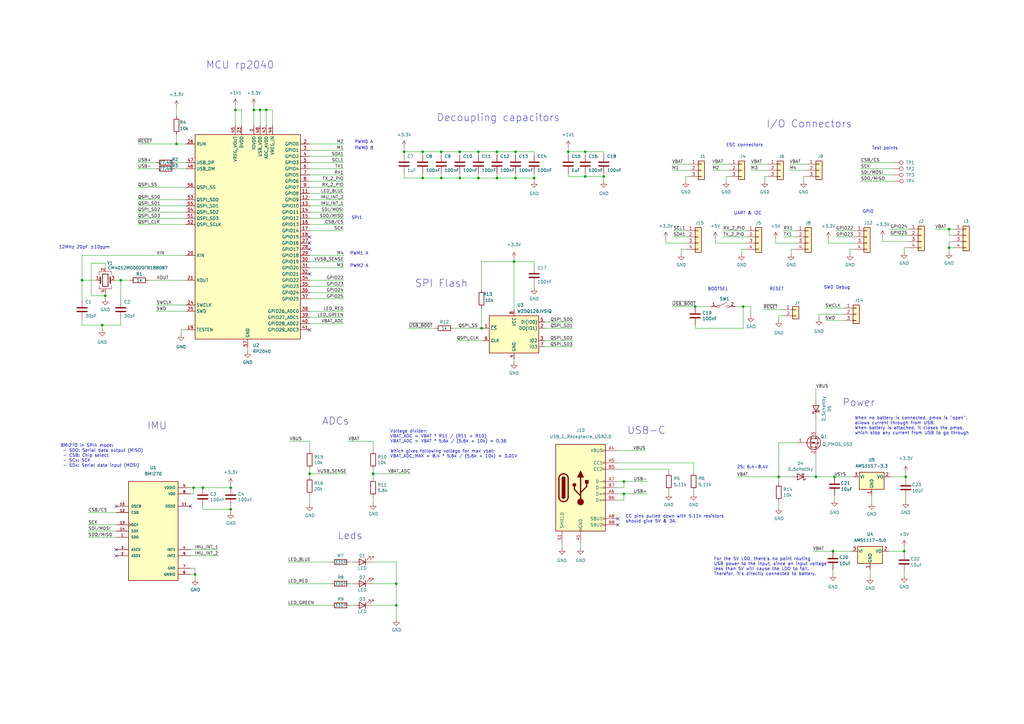
<source format=kicad_sch>
(kicad_sch (version 20211123) (generator eeschema)
  (paper "A3")
  (title_block (title "asac-fc") (date "2023-06-06") (rev "B") (company "Victor Krook"))
  (junction (at 319.405 195.58))
  (junction (at 389.255 93.98))
  (junction (at 219.075 73.025))
  (junction (at 255.905 197.485))
  (junction (at 196.215 73.025))
  (junction (at 173.355 62.23))
  (junction (at 342.265 195.58))
  (junction (at 247.65 72.39))
  (junction (at 96.52 45.085))
  (junction (at 210.82 107.315))
  (junction (at 162.56 248.285))
  (junction (at 165.735 62.23))
  (junction (at 371.475 195.58))
  (junction (at 43.18 121.285))
  (junction (at 80.01 235.585))
  (junction (at 370.84 226.06))
  (junction (at 180.975 73.025))
  (junction (at 196.215 62.23))
  (junction (at 211.455 62.23))
  (junction (at 211.455 73.025))
  (junction (at 203.835 73.025))
  (junction (at 173.355 73.025))
  (junction (at 197.485 134.62))
  (junction (at 341.63 226.06))
  (junction (at 94.615 200.025))
  (junction (at 240.03 62.23))
  (junction (at 72.39 59.055))
  (junction (at 153.035 194.31))
  (junction (at 255.905 202.565))
  (junction (at 188.595 62.23))
  (junction (at 233.045 62.23))
  (junction (at 334.645 195.58))
  (junction (at 203.835 62.23))
  (junction (at 240.03 72.39))
  (junction (at 188.595 73.025))
  (junction (at 79.375 200.025))
  (junction (at 104.14 45.085))
  (junction (at 285.115 125.73))
  (junction (at 304.8 125.73))
  (junction (at 162.56 239.395))
  (junction (at 106.68 45.085))
  (junction (at 127 194.31))
  (junction (at 33.655 114.935))
  (junction (at 94.615 208.915))
  (junction (at 109.22 45.085))
  (junction (at 180.975 62.23))
  (junction (at 41.91 133.35))
  (junction (at 49.53 114.935))
  (junction (at 83.185 200.025))
  (junction (at 389.255 101.6))
  (no_connect (at 47.625 225.425))
  (no_connect (at 78.105 207.645))
  (no_connect (at 127 102.235))
  (no_connect (at 47.625 227.965))
  (no_connect (at 127 112.395))
  (no_connect (at 127 97.155))
  (no_connect (at 127 99.695))
  (no_connect (at 253.365 215.265))
  (no_connect (at 127 135.255))
  (no_connect (at 47.625 207.645))
  (no_connect (at 253.365 212.725))
  (wire (pts (xy 197.485 134.62) (xy 198.12 134.62)))
  (wire (pts (xy 391.16 99.06) (xy 389.255 99.06)))
  (wire (pts (xy 211.455 71.12) (xy 211.455 73.025)))
  (wire (pts (xy 127 117.475) (xy 140.97 117.475)))
  (wire (pts (xy 223.52 139.7) (xy 234.95 139.7)))
  (wire (pts (xy 342.265 195.58) (xy 349.885 195.58)))
  (wire (pts (xy 167.64 134.62) (xy 178.435 134.62)))
  (wire (pts (xy 372.745 96.52) (xy 365.125 96.52)))
  (wire (pts (xy 180.975 63.5) (xy 180.975 62.23)))
  (wire (pts (xy 99.06 45.085) (xy 96.52 45.085)))
  (wire (pts (xy 302.26 195.58) (xy 319.405 195.58)))
  (wire (pts (xy 274.32 192.405) (xy 253.365 192.405)))
  (wire (pts (xy 127 109.855) (xy 140.97 109.855)))
  (wire (pts (xy 361.95 97.155) (xy 361.95 99.06)))
  (wire (pts (xy 304.165 104.14) (xy 304.165 102.235)))
  (wire (pts (xy 180.975 73.025) (xy 180.975 71.12)))
  (wire (pts (xy 372.745 93.98) (xy 365.125 93.98)))
  (wire (pts (xy 127 64.135) (xy 140.97 64.135)))
  (wire (pts (xy 203.835 62.23) (xy 211.455 62.23)))
  (wire (pts (xy 391.16 93.98) (xy 389.255 93.98)))
  (wire (pts (xy 152.4 230.505) (xy 162.56 230.505)))
  (wire (pts (xy 301.625 125.73) (xy 304.8 125.73)))
  (wire (pts (xy 233.045 72.39) (xy 233.045 71.12)))
  (wire (pts (xy 279.4 104.14) (xy 279.4 102.235)))
  (wire (pts (xy 33.655 130.81) (xy 33.655 133.35)))
  (wire (pts (xy 284.48 193.675) (xy 284.48 189.865)))
  (wire (pts (xy 335.915 128.905) (xy 346.075 128.905)))
  (wire (pts (xy 153.035 194.31) (xy 168.275 194.31)))
  (wire (pts (xy 78.105 202.565) (xy 79.375 202.565)))
  (wire (pts (xy 253.365 184.785) (xy 264.795 184.785)))
  (wire (pts (xy 80.01 235.585) (xy 80.01 233.045)))
  (wire (pts (xy 64.135 127.635) (xy 76.2 127.635)))
  (wire (pts (xy 391.16 96.52) (xy 389.255 96.52)))
  (wire (pts (xy 285.115 134.62) (xy 285.115 133.35)))
  (wire (pts (xy 33.655 114.935) (xy 33.655 123.19)))
  (wire (pts (xy 304.8 125.73) (xy 307.975 125.73)))
  (wire (pts (xy 180.975 73.025) (xy 173.355 73.025)))
  (wire (pts (xy 186.055 134.62) (xy 197.485 134.62)))
  (wire (pts (xy 389.255 93.98) (xy 383.54 93.98)))
  (wire (pts (xy 319.405 195.58) (xy 319.405 181.61)))
  (wire (pts (xy 370.84 224.155) (xy 370.84 226.06)))
  (wire (pts (xy 80.01 235.585) (xy 80.01 237.49)))
  (wire (pts (xy 173.355 71.12) (xy 173.355 73.025)))
  (wire (pts (xy 111.76 45.085) (xy 111.76 51.435)))
  (wire (pts (xy 127 84.455) (xy 140.97 84.455)))
  (wire (pts (xy 274.32 202.565) (xy 274.32 201.295)))
  (wire (pts (xy 127 86.995) (xy 140.97 86.995)))
  (wire (pts (xy 319.405 195.58) (xy 324.485 195.58)))
  (wire (pts (xy 371.475 193.675) (xy 371.475 195.58)))
  (wire (pts (xy 187.325 139.7) (xy 198.12 139.7)))
  (wire (pts (xy 323.85 67.31) (xy 330.835 67.31)))
  (wire (pts (xy 152.4 248.285) (xy 162.56 248.285)))
  (wire (pts (xy 292.1 67.31) (xy 299.085 67.31)))
  (wire (pts (xy 37.465 107.95) (xy 37.465 121.285)))
  (wire (pts (xy 274.32 193.675) (xy 274.32 192.405)))
  (wire (pts (xy 219.075 118.11) (xy 219.075 116.84)))
  (wire (pts (xy 127 127.635) (xy 140.97 127.635)))
  (wire (pts (xy 104.14 43.18) (xy 104.14 45.085)))
  (wire (pts (xy 332.105 195.58) (xy 334.645 195.58)))
  (wire (pts (xy 118.11 248.285) (xy 135.89 248.285)))
  (wire (pts (xy 247.65 62.23) (xy 240.03 62.23)))
  (wire (pts (xy 279.4 102.235) (xy 281.305 102.235)))
  (wire (pts (xy 197.485 126.365) (xy 197.485 134.62)))
  (wire (pts (xy 318.135 97.79) (xy 318.135 99.695)))
  (wire (pts (xy 371.475 195.58) (xy 371.475 196.215)))
  (wire (pts (xy 56.515 92.075) (xy 76.2 92.075)))
  (wire (pts (xy 127 89.535) (xy 140.97 89.535)))
  (wire (pts (xy 104.14 45.085) (xy 106.68 45.085)))
  (wire (pts (xy 219.075 74.295) (xy 219.075 73.025)))
  (wire (pts (xy 72.39 59.055) (xy 76.2 59.055)))
  (wire (pts (xy 389.255 101.6) (xy 391.16 101.6)))
  (wire (pts (xy 255.905 202.565) (xy 265.43 202.565)))
  (wire (pts (xy 72.39 55.245) (xy 72.39 59.055)))
  (wire (pts (xy 78.105 235.585) (xy 80.01 235.585)))
  (wire (pts (xy 329.565 74.295) (xy 329.565 72.39)))
  (wire (pts (xy 127 195.58) (xy 127 194.31)))
  (wire (pts (xy 247.65 72.39) (xy 247.65 71.12)))
  (wire (pts (xy 211.455 62.23) (xy 219.075 62.23)))
  (wire (pts (xy 335.915 130.81) (xy 335.915 128.905)))
  (wire (pts (xy 56.515 86.995) (xy 76.2 86.995)))
  (wire (pts (xy 36.195 220.345) (xy 47.625 220.345)))
  (wire (pts (xy 319.405 129.54) (xy 319.405 131.445)))
  (wire (pts (xy 109.22 45.085) (xy 109.22 51.435)))
  (wire (pts (xy 275.59 69.85) (xy 282.575 69.85)))
  (wire (pts (xy 96.52 43.18) (xy 96.52 45.085)))
  (wire (pts (xy 173.355 62.23) (xy 173.355 63.5)))
  (wire (pts (xy 74.295 135.255) (xy 76.2 135.255)))
  (wire (pts (xy 240.03 63.5) (xy 240.03 62.23)))
  (wire (pts (xy 36.195 215.265) (xy 47.625 215.265)))
  (wire (pts (xy 219.075 71.12) (xy 219.075 73.025)))
  (wire (pts (xy 94.615 200.025) (xy 83.185 200.025)))
  (wire (pts (xy 188.595 71.12) (xy 188.595 73.025)))
  (wire (pts (xy 78.105 225.425) (xy 89.535 225.425)))
  (wire (pts (xy 247.65 63.5) (xy 247.65 62.23)))
  (wire (pts (xy 342.265 203.2) (xy 342.265 205.105)))
  (wire (pts (xy 333.375 226.06) (xy 341.63 226.06)))
  (wire (pts (xy 321.31 129.54) (xy 319.405 129.54)))
  (wire (pts (xy 142.875 180.975) (xy 153.035 180.975)))
  (wire (pts (xy 78.105 227.965) (xy 89.535 227.965)))
  (wire (pts (xy 71.755 66.675) (xy 76.2 66.675)))
  (wire (pts (xy 74.295 137.16) (xy 74.295 135.255)))
  (wire (pts (xy 233.045 62.23) (xy 233.045 60.325)))
  (wire (pts (xy 356.87 233.68) (xy 356.87 236.855)))
  (wire (pts (xy 253.365 202.565) (xy 255.905 202.565)))
  (wire (pts (xy 165.735 63.5) (xy 165.735 62.23)))
  (wire (pts (xy 56.515 89.535) (xy 76.2 89.535)))
  (wire (pts (xy 341.63 226.06) (xy 349.25 226.06)))
  (wire (pts (xy 321.31 94.615) (xy 326.39 94.615)))
  (wire (pts (xy 72.39 43.815) (xy 72.39 47.625)))
  (wire (pts (xy 127 184.785) (xy 127 180.975)))
  (wire (pts (xy 33.655 104.775) (xy 76.2 104.775)))
  (wire (pts (xy 247.65 72.39) (xy 240.03 72.39)))
  (wire (pts (xy 60.96 114.935) (xy 76.2 114.935)))
  (wire (pts (xy 153.035 203.835) (xy 153.035 206.375)))
  (wire (pts (xy 196.215 62.23) (xy 203.835 62.23)))
  (wire (pts (xy 127 61.595) (xy 140.97 61.595)))
  (wire (pts (xy 324.485 104.14) (xy 324.485 102.235)))
  (wire (pts (xy 276.225 97.155) (xy 281.305 97.155)))
  (wire (pts (xy 165.735 73.025) (xy 165.735 71.12)))
  (wire (pts (xy 96.52 45.085) (xy 96.52 51.435)))
  (wire (pts (xy 247.65 74.295) (xy 247.65 72.39)))
  (wire (pts (xy 153.035 180.975) (xy 153.035 184.785)))
  (wire (pts (xy 49.53 114.935) (xy 49.53 123.19)))
  (wire (pts (xy 118.11 230.505) (xy 135.89 230.505)))
  (wire (pts (xy 240.03 62.23) (xy 233.045 62.23)))
  (wire (pts (xy 83.185 207.645) (xy 83.185 208.915)))
  (wire (pts (xy 153.035 194.31) (xy 153.035 196.215)))
  (wire (pts (xy 297.815 72.39) (xy 299.085 72.39)))
  (wire (pts (xy 389.255 99.06) (xy 389.255 101.6)))
  (wire (pts (xy 106.68 45.085) (xy 106.68 51.435)))
  (wire (pts (xy 307.975 125.73) (xy 307.975 129.54)))
  (wire (pts (xy 307.975 69.85) (xy 314.96 69.85)))
  (wire (pts (xy 127 122.555) (xy 140.97 122.555)))
  (wire (pts (xy 127 130.175) (xy 140.97 130.175)))
  (wire (pts (xy 284.48 189.865) (xy 253.365 189.865)))
  (wire (pts (xy 329.565 72.39) (xy 330.835 72.39)))
  (wire (pts (xy 304.165 102.235) (xy 306.07 102.235)))
  (wire (pts (xy 371.475 203.835) (xy 371.475 205.74)))
  (wire (pts (xy 79.375 202.565) (xy 79.375 200.025)))
  (wire (pts (xy 223.52 142.24) (xy 234.95 142.24)))
  (wire (pts (xy 143.51 248.285) (xy 144.78 248.285)))
  (wire (pts (xy 255.905 197.485) (xy 265.43 197.485)))
  (wire (pts (xy 223.52 134.62) (xy 234.95 134.62)))
  (wire (pts (xy 296.545 97.155) (xy 306.07 97.155)))
  (wire (pts (xy 339.725 99.695) (xy 350.52 99.695)))
  (wire (pts (xy 389.255 93.98) (xy 389.255 96.52)))
  (wire (pts (xy 323.85 69.85) (xy 330.835 69.85)))
  (wire (pts (xy 94.615 208.915) (xy 94.615 207.645)))
  (wire (pts (xy 211.455 62.23) (xy 211.455 63.5)))
  (wire (pts (xy 334.645 159.385) (xy 334.645 163.83)))
  (wire (pts (xy 285.115 125.73) (xy 275.59 125.73)))
  (wire (pts (xy 127 132.715) (xy 140.97 132.715)))
  (wire (pts (xy 36.195 210.185) (xy 47.625 210.185)))
  (wire (pts (xy 46.99 114.935) (xy 49.53 114.935)))
  (wire (pts (xy 219.075 107.315) (xy 210.82 107.315)))
  (wire (pts (xy 365.125 195.58) (xy 371.475 195.58)))
  (wire (pts (xy 143.51 239.395) (xy 144.78 239.395)))
  (wire (pts (xy 127 207.01) (xy 127 203.2)))
  (wire (pts (xy 104.14 45.085) (xy 104.14 51.435)))
  (wire (pts (xy 173.355 62.23) (xy 180.975 62.23)))
  (wire (pts (xy 370.84 234.315) (xy 370.84 236.22)))
  (wire (pts (xy 353.06 71.755) (xy 366.395 71.755)))
  (wire (pts (xy 196.215 73.025) (xy 188.595 73.025)))
  (wire (pts (xy 127 120.015) (xy 140.97 120.015)))
  (wire (pts (xy 33.655 104.775) (xy 33.655 114.935)))
  (wire (pts (xy 370.84 101.6) (xy 372.745 101.6)))
  (wire (pts (xy 36.195 217.805) (xy 47.625 217.805)))
  (wire (pts (xy 127 66.675) (xy 140.97 66.675)))
  (wire (pts (xy 56.515 66.675) (xy 64.135 66.675)))
  (wire (pts (xy 370.84 226.06) (xy 370.84 226.695)))
  (wire (pts (xy 71.755 69.215) (xy 76.2 69.215)))
  (wire (pts (xy 281.305 72.39) (xy 282.575 72.39)))
  (wire (pts (xy 196.215 71.12) (xy 196.215 73.025)))
  (wire (pts (xy 165.735 62.23) (xy 165.735 60.325)))
  (wire (pts (xy 284.48 202.565) (xy 284.48 201.295)))
  (wire (pts (xy 255.905 202.565) (xy 255.905 205.105)))
  (wire (pts (xy 348.615 102.235) (xy 350.52 102.235)))
  (wire (pts (xy 210.82 107.315) (xy 210.82 106.045)))
  (wire (pts (xy 127 194.31) (xy 127 192.405)))
  (wire (pts (xy 127 74.295) (xy 140.97 74.295)))
  (wire (pts (xy 240.03 72.39) (xy 233.045 72.39)))
  (wire (pts (xy 203.835 73.025) (xy 196.215 73.025)))
  (wire (pts (xy 43.18 121.285) (xy 43.18 122.555)))
  (wire (pts (xy 56.515 81.915) (xy 76.2 81.915)))
  (wire (pts (xy 165.735 62.23) (xy 173.355 62.23)))
  (wire (pts (xy 41.91 133.35) (xy 41.91 135.255)))
  (wire (pts (xy 334.645 195.58) (xy 342.265 195.58)))
  (wire (pts (xy 56.515 69.215) (xy 64.135 69.215)))
  (wire (pts (xy 83.185 200.025) (xy 79.375 200.025)))
  (wire (pts (xy 253.365 205.105) (xy 255.905 205.105)))
  (wire (pts (xy 197.485 107.315) (xy 197.485 118.745)))
  (wire (pts (xy 83.185 208.915) (xy 94.615 208.915)))
  (wire (pts (xy 33.655 114.935) (xy 39.37 114.935)))
  (wire (pts (xy 370.84 103.505) (xy 370.84 101.6)))
  (wire (pts (xy 253.365 200.025) (xy 255.905 200.025)))
  (wire (pts (xy 106.68 45.085) (xy 109.22 45.085)))
  (wire (pts (xy 348.615 104.14) (xy 348.615 102.235)))
  (wire (pts (xy 293.37 99.695) (xy 306.07 99.695)))
  (wire (pts (xy 127 71.755) (xy 140.97 71.755)))
  (wire (pts (xy 180.975 62.23) (xy 188.595 62.23)))
  (wire (pts (xy 285.115 134.62) (xy 304.8 134.62)))
  (wire (pts (xy 80.01 233.045) (xy 78.105 233.045)))
  (wire (pts (xy 153.035 192.405) (xy 153.035 194.31)))
  (wire (pts (xy 56.515 76.835) (xy 76.2 76.835)))
  (wire (pts (xy 162.56 248.285) (xy 162.56 254)))
  (wire (pts (xy 127 104.775) (xy 140.97 104.775)))
  (wire (pts (xy 127 180.975) (xy 118.745 180.975)))
  (wire (pts (xy 334.645 171.45) (xy 334.645 176.53)))
  (wire (pts (xy 173.355 73.025) (xy 165.735 73.025)))
  (wire (pts (xy 162.56 239.395) (xy 162.56 248.285)))
  (wire (pts (xy 127 94.615) (xy 140.97 94.615)))
  (wire (pts (xy 321.31 97.155) (xy 326.39 97.155)))
  (wire (pts (xy 318.135 99.695) (xy 326.39 99.695)))
  (wire (pts (xy 276.225 94.615) (xy 281.305 94.615)))
  (wire (pts (xy 338.455 126.365) (xy 346.075 126.365)))
  (wire (pts (xy 37.465 121.285) (xy 43.18 121.285)))
  (wire (pts (xy 127 81.915) (xy 140.97 81.915)))
  (wire (pts (xy 240.03 72.39) (xy 240.03 71.12)))
  (wire (pts (xy 99.06 51.435) (xy 99.06 45.085)))
  (wire (pts (xy 64.135 125.095) (xy 76.2 125.095)))
  (wire (pts (xy 255.905 197.485) (xy 255.905 200.025)))
  (wire (pts (xy 230.505 222.885) (xy 230.505 224.79)))
  (wire (pts (xy 324.485 102.235) (xy 326.39 102.235)))
  (wire (pts (xy 296.545 94.615) (xy 306.07 94.615)))
  (wire (pts (xy 219.075 62.23) (xy 219.075 63.5)))
  (wire (pts (xy 292.1 69.85) (xy 299.085 69.85)))
  (wire (pts (xy 56.515 59.055) (xy 72.39 59.055)))
  (wire (pts (xy 56.515 84.455) (xy 76.2 84.455)))
  (wire (pts (xy 293.37 97.79) (xy 293.37 99.695)))
  (wire (pts (xy 33.655 133.35) (xy 41.91 133.35)))
  (wire (pts (xy 49.53 114.935) (xy 53.34 114.935)))
  (wire (pts (xy 353.06 66.675) (xy 366.395 66.675)))
  (wire (pts (xy 350.52 97.155) (xy 342.9 97.155)))
  (wire (pts (xy 238.125 222.885) (xy 238.125 224.79)))
  (wire (pts (xy 253.365 197.485) (xy 255.905 197.485)))
  (wire (pts (xy 357.505 203.2) (xy 357.505 206.375)))
  (wire (pts (xy 49.53 133.35) (xy 49.53 130.81)))
  (wire (pts (xy 109.22 45.085) (xy 111.76 45.085)))
  (wire (pts (xy 188.595 62.23) (xy 188.595 63.5)))
  (wire (pts (xy 313.69 74.295) (xy 313.69 72.39)))
  (wire (pts (xy 275.59 67.31) (xy 282.575 67.31)))
  (wire (pts (xy 389.255 103.505) (xy 389.255 101.6)))
  (wire (pts (xy 203.835 62.23) (xy 203.835 63.5)))
  (wire (pts (xy 219.075 73.025) (xy 211.455 73.025)))
  (wire (pts (xy 341.63 233.68) (xy 341.63 235.585)))
  (wire (pts (xy 143.51 230.505) (xy 144.78 230.505)))
  (wire (pts (xy 43.18 107.95) (xy 37.465 107.95)))
  (wire (pts (xy 223.52 132.08) (xy 234.95 132.08)))
  (wire (pts (xy 162.56 230.505) (xy 162.56 239.395)))
  (wire (pts (xy 152.4 239.395) (xy 162.56 239.395)))
  (wire (pts (xy 273.05 99.695) (xy 281.305 99.695)))
  (wire (pts (xy 307.975 67.31) (xy 314.96 67.31)))
  (wire (pts (xy 297.815 74.295) (xy 297.815 72.39)))
  (wire (pts (xy 353.06 69.215) (xy 366.395 69.215)))
  (wire (pts (xy 304.8 125.73) (xy 304.8 134.62)))
  (wire (pts (xy 211.455 73.025) (xy 203.835 73.025)))
  (wire (pts (xy 361.95 99.06) (xy 372.745 99.06)))
  (wire (pts (xy 281.305 74.295) (xy 281.305 72.39)))
  (wire (pts (xy 101.6 142.875) (xy 101.6 144.145)))
  (wire (pts (xy 334.645 186.69) (xy 334.645 195.58)))
  (wire (pts (xy 188.595 73.025) (xy 180.975 73.025)))
  (wire (pts (xy 350.52 94.615) (xy 342.9 94.615)))
  (wire (pts (xy 127 107.315) (xy 140.97 107.315)))
  (wire (pts (xy 339.725 97.79) (xy 339.725 99.695)))
  (wire (pts (xy 127 69.215) (xy 140.97 69.215)))
  (wire (pts (xy 127 194.31) (xy 142.24 194.31)))
  (wire (pts (xy 127 92.075) (xy 140.97 92.075)))
  (wire (pts (xy 291.465 125.73) (xy 285.115 125.73)))
  (wire (pts (xy 118.11 239.395) (xy 135.89 239.395)))
  (wire (pts (xy 127 114.935) (xy 140.97 114.935)))
  (wire (pts (xy 43.18 109.855) (xy 43.18 107.95)))
  (wire (pts (xy 319.405 198.12) (xy 319.405 195.58)))
  (wire (pts (xy 94.615 200.025) (xy 94.615 198.755)))
  (wire (pts (xy 127 79.375) (xy 140.97 79.375)))
  (wire (pts (xy 313.69 72.39) (xy 314.96 72.39)))
  (wire (pts (xy 210.82 147.32) (xy 210.82 148.59)))
  (wire (pts (xy 319.405 181.61) (xy 327.025 181.61)))
  (wire (pts (xy 127 59.055) (xy 140.97 59.055)))
  (wire (pts (xy 219.075 109.22) (xy 219.075 107.315)))
  (wire (pts (xy 196.215 62.23) (xy 196.215 63.5)))
  (wire (pts (xy 210.82 107.315) (xy 197.485 107.315)))
  (wire (pts (xy 273.05 97.79) (xy 273.05 99.695)))
  (wire (pts (xy 321.31 127) (xy 313.055 127)))
  (wire (pts (xy 188.595 62.23) (xy 196.215 62.23)))
  (wire (pts (xy 353.06 74.295) (xy 366.395 74.295)))
  (wire (pts (xy 43.18 120.015) (xy 43.18 121.285)))
  (wire (pts (xy 203.835 71.12) (xy 203.835 73.025)))
  (wire (pts (xy 338.455 131.445) (xy 346.075 131.445)))
  (wire (pts (xy 364.49 226.06) (xy 370.84 226.06)))
  (wire (pts (xy 210.82 107.315) (xy 210.82 127)))
  (wire (pts (xy 233.045 63.5) (xy 233.045 62.23)))
  (wire (pts (xy 319.405 208.28) (xy 319.405 205.74)))
  (wire (pts (xy 79.375 200.025) (xy 78.105 200.025)))
  (wire (pts (xy 127 76.835) (xy 140.97 76.835)))
  (wire (pts (xy 94.615 208.915) (xy 94.615 210.185)))
  (wire (pts (xy 41.91 133.35) (xy 49.53 133.35)))
  (text "Power" (at 345.44 167.005 0) (effects (font (size 2.9972 2.9972)) (justify left bottom)))
  (text "2S: 6.4-8.4V" (at 302.26 192.405 0) (effects (font (size 1.27 1.27)) (justify left bottom)))
  (text "MCU rp2040" (at 84.455 28.575 0) (effects (font (size 2.9972 2.9972)) (justify left bottom)))
  (text "BOOTSEL" (at 290.195 119.38 0) (effects (font (size 1.27 1.27)) (justify left bottom)))
  (text "Leds" (at 138.43 221.615 0) (effects (font (size 2.9972 2.9972)) (justify left bottom)))
  (text "UART & I2C" (at 300.99 88.265 0) (effects (font (size 1.27 1.27)) (justify left bottom)))
  (text "CC pins pulled down with 5.11k resistors\nshould give 5V & 3A." (at 256.54 214.63 0) (effects (font (size 1.27 1.27)) (justify left bottom)))
  (text "12MHz 20pF ±10ppm" (at 24.13 102.235 0) (effects (font (size 1.27 1.27)) (justify left bottom)))
  (text "PWM2 A" (at 143.51 109.855 0) (effects (font (size 1.27 1.27)) (justify left bottom)))
  (text "SPI Flash" (at 170.18 118.11 0) (effects (font (size 2.9972 2.9972)) (justify left bottom)))
  (text "SWD Debug" (at 337.82 118.745 0) (effects (font (size 1.27 1.27)) (justify left bottom)))
  (text "Test points" (at 357.505 61.595 0) (effects (font (size 1.27 1.27)) (justify left bottom)))
  (text "USB-C" (at 257.175 178.435 0) (effects (font (size 2.9972 2.9972)) (justify left bottom)))
  (text "ESC connectors" (at 297.815 60.325 0) (effects (font (size 1.27 1.27)) (justify left bottom)))
  (text "When no battery is connected, pmos is \"open\",\nallows current through from USB.\nWhen battery is attached, it closes the pmos,\nwhich stop any current from USB to go through" (at 350.52 178.435 0) (effects (font (size 1.27 1.27)) (justify left bottom)))
  (text "PWM1 A" (at 143.51 104.775 0) (effects (font (size 1.27 1.27)) (justify left bottom)))
  (text "Voltage divider:\nVBAT_ADC = VBAT * R11 / (R11 + R10)\nVBAT_ADC = VBAT * 5.6k / (5.6k + 10k) ≃ 0.36\n\nWhich gives following voltage for max vbat:\nVBAT_ADC_MAX = 8.4 * 5.6k / (5.6k + 10k) ≃ 3.01V" (at 160.02 187.96 0) (effects (font (size 1.27 1.27)) (justify left bottom)))
  (text "Decoupling capacitors" (at 179.07 50.165 0) (effects (font (size 2.9972 2.9972)) (justify left bottom)))
  (text "I/O Connectors" (at 314.325 52.705 0) (effects (font (size 2.9972 2.9972)) (justify left bottom)))
  (text "PWM0 A" (at 145.415 59.055 0) (effects (font (size 1.27 1.27)) (justify left bottom)))
  (text "SPI1" (at 144.145 90.17 0) (effects (font (size 1.27 1.27)) (justify left bottom)))
  (text "PWM0 B" (at 145.415 61.595 0) (effects (font (size 1.27 1.27)) (justify left bottom)))
  (text "For the 5V LDO, there's no point routing\nUSB power to the input, since an input voltage\nless than 5V will cause the LDO to fail.\nTherefor, it's directly connected to battery." (at 292.735 236.22 0) (effects (font (size 1.27 1.27)) (justify left bottom)))
  (text "BMI270 in SPI4 mode:\n - SDO: Serial data output (MISO)\n - CSB: Chip select\n - SCx: SCK\n - SDx: Serial data input (MOSI)" (at 24.765 191.77 0) (effects (font (size 1.27 1.27)) (justify left bottom)))
  (text "ADCs" (at 132.08 174.625 0) (effects (font (size 2.9972 2.9972)) (justify left bottom)))
  (text "GPIO" (at 353.695 87.63 0) (effects (font (size 1.27 1.27)) (justify left bottom)))
  (text "RESET" (at 315.595 119.38 0) (effects (font (size 1.27 1.27)) (justify left bottom)))
  (text "IMU" (at 60.325 176.53 0) (effects (font (size 2.9972 2.9972)) (justify left bottom)))
  (label "M1" (at 140.97 61.595 180))
  (label "RX_2_PIO" (at 140.97 76.835 180))
  (label "USB+" (at 265.43 202.565 180))
  (label "XIN" (at 64.135 104.775 0))
  (label "QSPI_SD1" (at 234.95 134.62 180))
  (label "TX_2_PIO" (at 140.97 74.295 180))
  (label "GPIO24" (at 140.97 120.015 180))
  (label "SWCLK" (at 64.135 125.095 0))
  (label "LED_BLUE" (at 140.97 79.375 180))
  (label "IMU_INT_2" (at 140.97 81.915 180))
  (label "XOUT" (at 64.135 114.935 0))
  (label "VBAT" (at 142.875 180.975 0))
  (label "QSPI_SD1" (at 56.515 84.455 0))
  (label "VBAT" (at 333.375 226.06 0))
  (label "IMU_INT_2" (at 89.535 227.965 180))
  (label "QSPI_SD0" (at 234.95 132.08 180))
  (label "IMU_INT_1" (at 89.535 225.425 180))
  (label "TX_2_PIO" (at 296.545 97.155 0))
  (label "USB-" (at 56.515 69.215 0))
  (label "GPIO23" (at 342.9 97.155 0))
  (label "SCK" (at 353.06 69.215 0))
  (label "QSPI_SD3" (at 234.95 142.24 180))
  (label "RX1" (at 321.31 94.615 0))
  (label "SCL1" (at 140.97 66.675 180))
  (label "SDO{slash}MISO" (at 353.06 74.295 0))
  (label "GPIO24" (at 365.125 93.98 0))
  (label "VBUS" (at 118.745 180.975 0))
  (label "QSPI_SS" (at 56.515 76.835 0))
  (label "QSPI_CLK" (at 56.515 92.075 0))
  (label "VBAT" (at 383.54 93.98 0))
  (label "SWCLK" (at 338.455 126.365 0))
  (label "SWD" (at 338.455 131.445 0))
  (label "SCL1" (at 276.225 94.615 0))
  (label "VUSB_SENSE" (at 140.97 107.315 180))
  (label "VBAT" (at 275.59 67.31 0))
  (label "VBAT" (at 302.26 195.58 0))
  (label "IMU_INT_1" (at 140.97 84.455 180))
  (label "M2" (at 140.97 59.055 180))
  (label "GPIO25" (at 365.125 96.52 0))
  (label "~{USB_BOOT}" (at 167.64 134.62 0))
  (label "M3" (at 140.97 109.855 180))
  (label "M4" (at 323.85 69.85 0))
  (label "SDI{slash}MOSI" (at 36.195 217.805 0))
  (label "VBAT" (at 292.1 67.31 0))
  (label "SDA1" (at 276.225 97.155 0))
  (label "SCK" (at 140.97 94.615 180))
  (label "QSPI_SD2" (at 56.515 86.995 0))
  (label "TX1" (at 140.97 69.215 180))
  (label "QSPI_SD3" (at 56.515 89.535 0))
  (label "USB+" (at 56.515 66.675 0))
  (label "RX_2_PIO" (at 296.545 94.615 0))
  (label "LED_GREEN" (at 140.97 130.175 180))
  (label "LED_RED" (at 118.11 239.395 0))
  (label "LED_RED" (at 140.97 127.635 180))
  (label "M2" (at 292.1 69.85 0))
  (label "VUSB_SENSE" (at 142.24 194.31 180))
  (label "GPIO23" (at 140.97 117.475 180))
  (label "M1" (at 275.59 69.85 0))
  (label "GPIO22" (at 140.97 114.935 180))
  (label "M4" (at 140.97 104.775 180))
  (label "VBAT" (at 307.975 67.31 0))
  (label "SDI{slash}MOSI" (at 353.06 71.755 0))
  (label "VBUS" (at 334.645 159.385 0))
  (label "~{RESET}" (at 313.055 127 0))
  (label "CSB{slash}CS" (at 353.06 66.675 0))
  (label "SDO{slash}MISO" (at 36.195 220.345 0))
  (label "VSYS" (at 342.265 195.58 0))
  (label "SCK" (at 36.195 215.265 0))
  (label "GPIO22" (at 342.9 94.615 0))
  (label "QSPI_CLK" (at 187.325 139.7 0))
  (label "USB-" (at 265.43 197.485 180))
  (label "QSPI_SD0" (at 56.515 81.915 0))
  (label "VBUS" (at 264.795 184.785 180))
  (label "RX1" (at 140.97 71.755 180))
  (label "M3" (at 307.975 69.85 0))
  (label "QSPI_SS" (at 187.96 134.62 0))
  (label "LED_GREEN" (at 118.11 248.285 0))
  (label "VBAT_ADC" (at 168.275 194.31 180))
  (label "CSB{slash}CS" (at 36.195 210.185 0))
  (label "~{RESET}" (at 56.515 59.055 0))
  (label "LED_BLUE" (at 118.11 230.505 0))
  (label "SWD" (at 64.135 127.635 0))
  (label "SDA1" (at 140.97 64.135 180))
  (label "CSB{slash}CS" (at 140.97 92.075 180))
  (label "VBAT" (at 323.85 67.31 0))
  (label "TX1" (at 321.31 97.155 0))
  (label "SDI{slash}MOSI" (at 140.97 86.995 180))
  (label "GPIO25" (at 140.97 122.555 180))
  (label "SDO{slash}MISO" (at 140.97 89.535 180))
  (label "~{USB_BOOT}" (at 275.59 125.73 0))
  (label "VBAT_ADC" (at 140.97 132.715 180))
  (label "QSPI_SD2" (at 234.95 139.7 180))
  (symbol (lib_id "power:GND") (at 94.615 210.185 0) (unit 1)
    (property "Reference" "#PWR0112" (effects hide))
    (property "Value" "GND" (at 94.742 214.5792 0))
  )
  (symbol (lib_id "power:GND") (at 313.69 74.295 0) (unit 1)
    (property "Reference" "#PWR0120" (effects hide))
    (property "Value" "GND" (at 313.69 78.74 0))
  )
  (symbol (lib_id "Device:C") (at 94.615 203.835 0) (unit 1)
    (property "Reference" "C4" (at 97.536 202.6666 0) (effects (justify left)))
    (property "Value" "100nF" (at 97.536 204.978 0) (effects (justify left)))
    (property "Footprint" "Capacitor_SMD:C_0402_1005Metric" (effects hide))
  )
  (symbol (lib_id "Switch:SW_SPST") (at 296.545 125.73 0) (unit 1)
    (property "Reference" "SW1" (at 297.18 122.555 0))
    (property "Value" "SW_SPST" (effects hide))
    (property "Footprint" "Custom:SW-SMD_TS-1086EV-16" (effects hide))
  )
  (symbol (lib_id "Connector_Generic:Conn_01x03") (at 320.04 69.85 0) (unit 1)
    (property "Reference" "J6" (at 319.405 64.135 0) (effects (justify left)))
    (property "Value" "Conn_01x03" (effects hide))
    (property "Footprint" "Custom:Conn_01x03_2big_1small" (effects hide))
  )
  (symbol (lib_id "power:GND") (at 389.255 103.505 0) (unit 1)
    (property "Reference" "#PWR0118" (effects hide))
    (property "Value" "GND" (at 389.255 107.95 0))
  )
  (symbol (lib_id "power:+3.3V") (at 72.39 43.815 0) (unit 1)
    (property "Reference" "#PWR0103" (effects hide))
    (property "Value" "+3.3V" (at 72.39 38.735 0))
  )
  (symbol (lib_id "Device:C") (at 203.835 67.31 0) (unit 1)
    (property "Reference" "C12" (at 205.105 64.135 0) (effects (justify left)))
    (property "Value" "100nF" (at 205.105 69.85 0) (effects (justify left)))
    (property "Footprint" "Capacitor_SMD:C_0402_1005Metric" (effects hide))
  )
  (symbol (lib_id "power:+1V1") (at 96.52 43.18 0) (unit 1)
    (property "Reference" "#PWR0102" (effects hide))
    (property "Value" "+1V1" (at 96.52 38.1 0))
  )
  (symbol (lib_id "power:GND") (at 342.265 205.105 0) (unit 1)
    (property "Reference" "#PWR0133" (effects hide))
    (property "Value" "GND" (at 342.265 210.185 0))
  )
  (symbol (lib_id "power:GND") (at 219.075 118.11 0) (unit 1)
    (property "Reference" "#PWR0148" (effects hide))
    (property "Value" "GND" (at 219.075 122.555 0))
  )
  (symbol (lib_id "power:+3.3V") (at 104.14 43.18 0) (unit 1)
    (property "Reference" "#PWR0101" (effects hide))
    (property "Value" "+3.3V" (at 104.14 38.1 0))
  )
  (symbol (lib_id "Device:C") (at 196.215 67.31 0) (unit 1)
    (property "Reference" "C11" (at 197.485 64.135 0) (effects (justify left)))
    (property "Value" "100nF" (at 197.485 69.85 0) (effects (justify left)))
    (property "Footprint" "Capacitor_SMD:C_0402_1005Metric" (effects hide))
  )
  (symbol (lib_id "power:+3.3V") (at 273.05 97.79 0) (unit 1)
    (property "Reference" "#PWR0153" (effects hide))
    (property "Value" "+3.3V" (at 273.05 92.71 0))
  )
  (symbol (lib_id "power:GND") (at 101.6 144.145 0) (unit 1)
    (property "Reference" "#PWR0109" (effects hide))
    (property "Value" "GND" (at 101.6 148.59 0))
  )
  (symbol (lib_id "Connector_Generic:Conn_01x03") (at 287.655 69.85 0) (unit 1)
    (property "Reference" "J1" (at 287.02 64.135 0) (effects (justify left)))
    (property "Value" "Conn_01x03" (effects hide))
    (property "Footprint" "Custom:Conn_01x03_2big_1small" (effects hide))
  )
  (symbol (lib_id "power:GND") (at 230.505 224.79 0) (unit 1)
    (property "Reference" "#PWR0116" (effects hide))
    (property "Value" "GND" (at 230.505 229.87 0))
  )
  (symbol (lib_id "Connector:TestPoint") (at 366.395 69.215 270) (unit 1)
    (property "Reference" "TP2" (at 371.475 69.215 90) (effects (justify left)))
    (property "Value" "TestPoint" (effects hide))
    (property "Footprint" "Custom:TP_0.7mm" (effects hide))
  )
  (symbol (lib_id "power:+5V") (at 318.135 97.79 0) (unit 1)
    (property "Reference" "#PWR0142" (effects hide))
    (property "Value" "+5V" (at 318.135 92.71 0))
  )
  (symbol (lib_id "Device:R") (at 319.405 201.93 0) (unit 1)
    (property "Reference" "R14" (at 321.183 200.7616 0) (effects (justify left)))
    (property "Value" "10k" (at 321.183 203.073 0) (effects (justify left)))
    (property "Footprint" "Resistor_SMD:R_0402_1005Metric" (effects hide))
  )
  (symbol (lib_id "power:GND") (at 319.405 208.28 0) (unit 1)
    (property "Reference" "#PWR0144" (effects hide))
    (property "Value" "GND" (at 319.532 212.6742 0))
  )
  (symbol (lib_id "power:GND") (at 80.01 237.49 0) (unit 1)
    (property "Reference" "#PWR0111" (effects hide))
    (property "Value" "GND" (at 80.137 241.8842 0))
  )
  (symbol (lib_id "Connector_Generic:Conn_01x04") (at 331.47 97.155 0) (unit 1)
    (property "Reference" "J8" (at 330.2 91.44 0) (effects (justify left)))
    (property "Value" "Conn_01x04" (effects hide))
    (property "Footprint" "Custom:Conn_01x04_fpv" (effects hide))
  )
  (symbol (lib_id "Device:C") (at 33.655 127 0) (unit 1)
    (property "Reference" "C1" (at 34.925 123.825 0) (effects (justify left)))
    (property "Value" "30pF" (at 34.925 129.54 0) (effects (justify left)))
    (property "Footprint" "Capacitor_SMD:C_0402_1005Metric" (effects hide))
  )
  (symbol (lib_id "power:GND") (at 329.565 74.295 0) (unit 1)
    (property "Reference" "#PWR0121" (effects hide))
    (property "Value" "GND" (at 329.565 78.74 0))
  )
  (symbol (lib_id "power:GND") (at 307.975 129.54 0) (unit 1)
    (property "Reference" "#PWR0147" (effects hide))
    (property "Value" "GND" (at 308.102 133.9342 0))
  )
  (symbol (lib_id "Connector_Generic:Conn_01x02") (at 326.39 127 0) (unit 1)
    (property "Reference" "J7" (at 325.755 124.46 0) (effects (justify left)))
    (property "Value" "Conn_01x02" (effects hide))
    (property "Footprint" "Custom:Conn_01x02_small" (effects hide))
  )
  (symbol (lib_id "power:GND") (at 41.91 135.255 0) (unit 1)
    (property "Reference" "#PWR0106" (effects hide))
    (property "Value" "GND" (at 41.91 140.335 0))
  )
  (symbol (lib_id "Connector_Generic:Conn_01x04") (at 355.6 97.155 0) (unit 1)
    (property "Reference" "J12" (at 354.33 91.44 0) (effects (justify left)))
    (property "Value" "Conn_01x04" (effects hide))
    (property "Footprint" "Custom:Conn_01x04_fpv" (effects hide))
  )
  (symbol (lib_id "power:GND") (at 356.87 236.855 0) (unit 1)
    (property "Reference" "#PWR0136" (effects hide))
    (property "Value" "GND" (at 356.87 241.3 0))
  )
  (symbol (lib_id "Device:R") (at 139.7 248.285 270) (unit 1)
    (property "Reference" "R9" (at 139.7 245.745 90))
    (property "Value" "330R" (at 139.7 248.285 90))
    (property "Footprint" "Resistor_SMD:R_0402_1005Metric" (effects hide))
  )
  (symbol (lib_id "power:GND") (at 153.035 206.375 0) (unit 1)
    (property "Reference" "#PWR0150" (effects hide))
    (property "Value" "GND" (at 153.162 210.7692 0))
  )
  (symbol (lib_id "Device:C") (at 371.475 200.025 0) (unit 1)
    (property "Reference" "C23" (at 374.015 198.755 0) (effects (justify left)))
    (property "Value" "10uF" (at 374.015 201.295 0) (effects (justify left)))
    (property "Footprint" "Capacitor_SMD:C_0805_2012Metric" (effects hide))
  )
  (symbol (lib_id "Device:C") (at 219.075 67.31 0) (unit 1)
    (property "Reference" "C14" (at 220.345 64.135 0) (effects (justify left)))
    (property "Value" "100nF" (at 220.345 69.85 0) (effects (justify left)))
    (property "Footprint" "Capacitor_SMD:C_0402_1005Metric" (effects hide))
  )
  (symbol (lib_id "Device:C") (at 49.53 127 0) (unit 1)
    (property "Reference" "C2" (at 50.8 123.825 0) (effects (justify left)))
    (property "Value" "30pF" (at 50.8 129.54 0) (effects (justify left)))
    (property "Footprint" "Capacitor_SMD:C_0402_1005Metric" (effects hide))
  )
  (symbol (lib_id "power:GND") (at 335.915 130.81 0) (unit 1)
    (property "Reference" "#PWR0151" (effects hide))
    (property "Value" "GND" (at 335.915 135.89 0))
  )
  (symbol (lib_id "Device:C") (at 370.84 230.505 0) (unit 1)
    (property "Reference" "C22" (at 373.38 229.235 0) (effects (justify left)))
    (property "Value" "10uF" (at 373.38 231.775 0) (effects (justify left)))
    (property "Footprint" "Capacitor_SMD:C_0805_2012Metric" (effects hide))
  )
  (symbol (lib_id "power:GND") (at 279.4 104.14 0) (unit 1)
    (property "Reference" "#PWR0152" (effects hide))
    (property "Value" "GND" (at 279.4 108.585 0))
  )
  (symbol (lib_id "Connector_Generic:Conn_01x03") (at 351.155 128.905 0) (unit 1)
    (property "Reference" "J14" (at 350.52 123.19 0) (effects (justify left)))
    (property "Value" "Conn_01x03" (effects hide))
    (property "Footprint" "Custom:PinHeader_1x03_P1.27mm_Vertical_no_silk_smd" (effects hide))
  )
  (symbol (lib_id "Connector:TestPoint") (at 366.395 66.675 270) (unit 1)
    (property "Reference" "TP1" (at 371.475 66.675 90) (effects (justify left)))
    (property "Value" "TestPoint" (effects hide))
    (property "Footprint" "Custom:TP_0.7mm" (effects hide))
  )
  (symbol (lib_id "power:GND") (at 219.075 74.295 0) (unit 1)
    (property "Reference" "#PWR0122" (effects hide))
    (property "Value" "GND" (at 219.075 79.375 0))
  )
  (symbol (lib_id "Regulator_Linear:AMS1117-3.3") (at 357.505 195.58 0) (unit 1)
    (property "Reference" "U5" (at 357.505 188.595 0))
    (property "Value" "AMS1117-3.3" (at 357.505 191.135 0))
    (property "Footprint" "Package_TO_SOT_SMD:SOT-223-3_TabPin2" (effects hide))
    (property "Datasheet" "http://www.advanced-monolithic.com/pdf/ds1117.pdf" (effects hide))
  )
  (symbol (lib_id "power:GND") (at 357.505 206.375 0) (unit 1)
    (property "Reference" "#PWR0134" (effects hide))
    (property "Value" "GND" (at 357.505 210.82 0))
  )
  (symbol (lib_id "power:+5V") (at 293.37 97.79 0) (unit 1)
    (property "Reference" "#PWR0141" (effects hide))
    (property "Value" "+5V" (at 293.37 92.71 0))
  )
  (symbol (lib_id "power:+5V") (at 370.84 224.155 0) (unit 1)
    (property "Reference" "#PWR0137" (effects hide))
    (property "Value" "+5V" (at 370.84 219.075 0))
  )
  (symbol (lib_id "power:GND") (at 341.63 235.585 0) (unit 1)
    (property "Reference" "#PWR0131" (effects hide))
    (property "Value" "GND" (at 341.63 240.665 0))
  )
  (symbol (lib_id "Memory_Flash:W25Q128JVS") (at 210.82 137.16 0) (unit 1)
    (property "Reference" "U3" (at 212.09 125.095 0) (effects (justify left)))
    (property "Value" "W25Q128JVSIQ" (at 212.09 127.635 0) (effects (justify left)))
    (property "Footprint" "Package_SO:SOIC-8_5.23x5.23mm_P1.27mm" (effects hide))
    (property "Datasheet" "https://datasheet.lcsc.com/lcsc/1811142111_Winbond-Elec-W25Q128JVSIQ_C97521.pdf" (effects hide))
  )
  (symbol (lib_id "Device:R") (at 139.7 230.505 270) (unit 1)
    (property "Reference" "R7" (at 139.7 227.965 90))
    (property "Value" "330R" (at 139.7 230.505 90))
    (property "Footprint" "Resistor_SMD:R_0402_1005Metric" (effects hide))
  )
  (symbol (lib_id "power:GND") (at 247.65 74.295 0) (unit 1)
    (property "Reference" "#PWR0127" (effects hide))
    (property "Value" "GND" (at 247.65 79.375 0))
  )
  (symbol (lib_id "power:+3.3V") (at 210.82 106.045 0) (unit 1)
    (property "Reference" "#PWR0126" (effects hide))
    (property "Value" "+3.3V" (at 210.82 100.33 0))
  )
  (symbol (lib_id "power:GND") (at 74.295 137.16 0) (unit 1)
    (property "Reference" "#PWR0104" (effects hide))
    (property "Value" "GND" (at 74.295 142.24 0))
  )
  (symbol (lib_id "Connector_Generic:Conn_01x04") (at 396.24 96.52 0) (unit 1)
    (property "Reference" "J3" (at 394.97 90.805 0) (effects (justify left)))
    (property "Value" "Conn_01x04" (effects hide))
    (property "Footprint" "Custom:Conn_01x04_fpv" (effects hide))
  )
  (symbol (lib_id "power:GND") (at 371.475 205.74 0) (unit 1)
    (property "Reference" "#PWR0132" (effects hide))
    (property "Value" "GND" (at 371.475 210.185 0))
  )
  (symbol (lib_id "Connector_Generic:Conn_01x03") (at 335.915 69.85 0) (unit 1)
    (property "Reference" "J9" (at 335.28 64.135 0) (effects (justify left)))
    (property "Value" "Conn_01x03" (effects hide))
    (property "Footprint" "Custom:Conn_01x03_2big_1small" (effects hide))
  )
  (symbol (lib_id "power:+3.3V") (at 361.95 97.155 0) (unit 1)
    (property "Reference" "#PWR0155" (effects hide))
    (property "Value" "+3.3V" (at 361.95 92.075 0))
  )
  (symbol (lib_id "MCU_RaspberryPi:RP2040") (at 101.6 97.155 0) (unit 1)
    (property "Reference" "U2" (at 103.6194 141.605 0) (effects (justify left)))
    (property "Value" "RP2040" (at 103.6194 144.145 0) (effects (justify left)))
    (property "Footprint" "Package_DFN_QFN:QFN-56-1EP_7x7mm_P0.4mm_EP3.2x3.2mm" (effects hide))
    (property "Datasheet" "https://datasheets.raspberrypi.com/rp2040/rp2040-datasheet.pdf" (effects hide))
  )
  (symbol (lib_id "Device:LED") (at 148.59 230.505 180) (unit 1)
    (property "Reference" "D1" (at 148.59 227.965 0))
    (property "Value" "LED" (at 148.59 233.045 0))
    (property "Footprint" "Custom:LED_0603_no_outline" (effects hide))
  )
  (symbol (lib_id "power:+3.3V") (at 165.735 60.325 0) (unit 1)
    (property "Reference" "#PWR0108" (effects hide))
    (property "Value" "+3.3V" (at 165.735 55.245 0))
  )
  (symbol (lib_id "power:GND") (at 297.815 74.295 0) (unit 1)
    (property "Reference" "#PWR0119" (effects hide))
    (property "Value" "GND" (at 297.815 78.74 0))
  )
  (symbol (lib_id "power:GND") (at 370.84 236.22 0) (unit 1)
    (property "Reference" "#PWR0135" (effects hide))
    (property "Value" "GND" (at 370.84 240.665 0))
  )
  (symbol (lib_id "power:GND") (at 370.84 103.505 0) (unit 1)
    (property "Reference" "#PWR0156" (effects hide))
    (property "Value" "GND" (at 370.84 107.95 0))
  )
  (symbol (lib_id "Device:R") (at 182.245 134.62 90) (unit 1)
    (property "Reference" "R12" (at 182.245 132.08 90))
    (property "Value" "1k" (at 182.245 134.62 90))
    (property "Footprint" "Resistor_SMD:R_0402_1005Metric" (effects hide))
  )
  (symbol (lib_id "Device:Q_PMOS_GSD") (at 332.105 181.61 0) (unit 1)
    (property "Reference" "Q1" (at 336.55 179.07 0) (effects (justify left)))
    (property "Value" "Q_PMOS_GSD" (at 337.185 182.245 0) (effects (justify left)))
    (property "Footprint" "Package_TO_SOT_SMD:SOT-23" (effects hide))
  )
  (symbol (lib_id "Device:C") (at 180.975 67.31 0) (unit 1)
    (property "Reference" "C9" (at 182.245 64.135 0) (effects (justify left)))
    (property "Value" "100nF" (at 182.245 69.85 0) (effects (justify left)))
    (property "Footprint" "Capacitor_SMD:C_0402_1005Metric" (effects hide))
  )
  (symbol (lib_id "power:GND") (at 284.48 202.565 0) (unit 1)
    (property "Reference" "#PWR0114" (effects hide))
    (property "Value" "GND" (at 284.48 207.01 0))
  )
  (symbol (lib_id "Device:Crystal_GND24") (at 43.18 114.935 0) (unit 1)
    (property "Reference" "Y1" (at 45.085 107.95 0))
    (property "Value" "CM4012M00020T8188087 " (at 56.515 109.855 0))
    (property "Footprint" "Crystal:Crystal_SMD_2520-4Pin_2.5x2.0mm" (effects hide))
  )
  (symbol (lib_id "Device:R") (at 127 199.39 0) (unit 1)
    (property "Reference" "R16" (at 128.778 198.2216 0) (effects (justify left)))
    (property "Value" "20k" (at 128.778 200.533 0) (effects (justify left)))
    (property "Footprint" "Resistor_SMD:R_0402_1005Metric" (effects hide))
  )
  (symbol (lib_id "Device:C") (at 83.185 203.835 0) (unit 1)
    (property "Reference" "C3" (at 86.106 202.6666 0) (effects (justify left)))
    (property "Value" "100nF" (at 86.106 204.978 0) (effects (justify left)))
    (property "Footprint" "Capacitor_SMD:C_0402_1005Metric" (effects hide))
  )
  (symbol (lib_id "Device:D_Schottky") (at 328.295 195.58 180) (unit 1)
    (property "Reference" "D4" (at 328.295 190.0682 0))
    (property "Value" "D_Schottky" (at 328.295 192.3796 0))
    (property "Footprint" "Diode_SMD:D_SOD-123" (effects hide))
  )
  (symbol (lib_id "Device:C") (at 165.735 67.31 0) (unit 1)
    (property "Reference" "C7" (at 167.005 64.135 0) (effects (justify left)))
    (property "Value" "1uF" (at 167.005 69.85 0) (effects (justify left)))
    (property "Footprint" "Capacitor_SMD:C_0402_1005Metric" (effects hide))
  )
  (symbol (lib_id "power:+3.3V") (at 371.475 193.675 0) (unit 1)
    (property "Reference" "#PWR0138" (effects hide))
    (property "Value" "+3.3V" (at 371.475 187.96 0))
  )
  (symbol (lib_id "Device:R") (at 284.48 197.485 0) (unit 1)
    (property "Reference" "R6" (at 286.385 196.2149 0) (effects (justify left)))
    (property "Value" "5.11k" (at 286.385 198.7549 0) (effects (justify left)))
    (property "Footprint" "Resistor_SMD:R_0402_1005Metric" (effects hide))
  )
  (symbol (lib_id "Connector_Generic:Conn_01x04") (at 311.15 97.155 0) (unit 1)
    (property "Reference" "J5" (at 309.88 91.44 0) (effects (justify left)))
    (property "Value" "Conn_01x04" (effects hide))
    (property "Footprint" "Custom:Conn_01x04_fpv" (effects hide))
  )
  (symbol (lib_id "Device:C") (at 342.265 199.39 0) (unit 1)
    (property "Reference" "C21" (at 344.805 198.12 0) (effects (justify left)))
    (property "Value" "10uF" (at 344.805 200.66 0) (effects (justify left)))
    (property "Footprint" "Capacitor_SMD:C_0805_2012Metric" (effects hide))
  )
  (symbol (lib_id "power:GND") (at 319.405 131.445 0) (mirror y) (unit 1)
    (property "Reference" "#PWR0146" (effects hide))
    (property "Value" "GND" (at 319.405 136.525 0))
  )
  (symbol (lib_id "Device:R") (at 67.945 66.675 90) (unit 1)
    (property "Reference" "R2" (at 71.755 65.405 90))
    (property "Value" "27.4R" (at 67.945 66.675 90))
    (property "Footprint" "Resistor_SMD:R_0402_1005Metric" (effects hide))
  )
  (symbol (lib_id "power:GND") (at 43.18 122.555 0) (unit 1)
    (property "Reference" "#PWR0105" (effects hide))
    (property "Value" "GND" (at 43.18 127 0))
  )
  (symbol (lib_id "Device:R") (at 153.035 200.025 0) (unit 1)
    (property "Reference" "R11" (at 154.813 198.8566 0) (effects (justify left)))
    (property "Value" "5.6k" (at 154.813 201.168 0) (effects (justify left)))
    (property "Footprint" "Resistor_SMD:R_0402_1005Metric" (effects hide))
  )
  (symbol (lib_id "power:GND") (at 348.615 104.14 0) (unit 1)
    (property "Reference" "#PWR0154" (effects hide))
    (property "Value" "GND" (at 348.615 108.585 0))
  )
  (symbol (lib_id "Device:R") (at 139.7 239.395 270) (unit 1)
    (property "Reference" "R8" (at 139.7 236.855 90))
    (property "Value" "330R" (at 139.7 239.395 90))
    (property "Footprint" "Resistor_SMD:R_0402_1005Metric" (effects hide))
  )
  (symbol (lib_id "power:+3.3V") (at 94.615 198.755 0) (unit 1)
    (property "Reference" "#PWR0110" (effects hide))
    (property "Value" "+3.3V" (at 94.615 193.675 0))
  )
  (symbol (lib_id "Connector_Generic:Conn_01x04") (at 286.385 97.155 0) (unit 1)
    (property "Reference" "J15" (at 285.115 91.44 0) (effects (justify left)))
    (property "Value" "Conn_01x04" (effects hide))
    (property "Footprint" "Custom:Conn_01x04_fpv" (effects hide))
  )
  (symbol (lib_id "power:+1V1") (at 233.045 60.325 0) (unit 1)
    (property "Reference" "#PWR0123" (effects hide))
    (property "Value" "+1V1" (at 233.045 55.245 0))
  )
  (symbol (lib_id "Device:C") (at 233.045 67.31 0) (unit 1)
    (property "Reference" "C15" (at 234.315 64.135 0) (effects (justify left)))
    (property "Value" "1uF" (at 234.315 69.85 0) (effects (justify left)))
    (property "Footprint" "Capacitor_SMD:C_0402_1005Metric" (effects hide))
  )
  (symbol (lib_id "power:GND") (at 281.305 74.295 0) (unit 1)
    (property "Reference" "#PWR0124" (effects hide))
    (property "Value" "GND" (at 281.305 78.74 0))
  )
  (symbol (lib_id "Connector_Generic:Conn_01x04") (at 377.825 96.52 0) (unit 1)
    (property "Reference" "J2" (at 376.555 90.805 0) (effects (justify left)))
    (property "Value" "Conn_01x04" (effects hide))
    (property "Footprint" "Custom:Conn_01x04_fpv" (effects hide))
  )
  (symbol (lib_id "Connector_Generic:Conn_01x03") (at 304.165 69.85 0) (unit 1)
    (property "Reference" "J4" (at 303.53 64.135 0) (effects (justify left)))
    (property "Value" "Conn_01x03" (effects hide))
    (property "Footprint" "Custom:Conn_01x03_2big_1small" (effects hide))
  )
  (symbol (lib_id "Connector:TestPoint") (at 366.395 71.755 270) (unit 1)
    (property "Reference" "TP3" (at 371.475 71.755 90) (effects (justify left)))
    (property "Value" "TestPoint" (effects hide))
    (property "Footprint" "Custom:TP_0.7mm" (effects hide))
  )
  (symbol (lib_id "power:+3.3V") (at 339.725 97.79 0) (unit 1)
    (property "Reference" "#PWR0139" (effects hide))
    (property "Value" "+3.3V" (at 339.725 92.71 0))
  )
  (symbol (lib_id "power:GND") (at 304.165 104.14 0) (unit 1)
    (property "Reference" "#PWR0140" (effects hide))
    (property "Value" "GND" (at 304.165 108.585 0))
  )
  (symbol (lib_id "power:GND") (at 324.485 104.14 0) (unit 1)
    (property "Reference" "#PWR0143" (effects hide))
    (property "Value" "GND" (at 324.485 108.585 0))
  )
  (symbol (lib_id "Regulator_Linear:AMS1117-5.0") (at 356.87 226.06 0) (unit 1)
    (property "Reference" "U4" (at 356.87 219.075 0))
    (property "Value" "AMS1117-5.0" (at 356.87 221.615 0))
    (property "Footprint" "Package_TO_SOT_SMD:SOT-223-3_TabPin2" (effects hide))
    (property "Datasheet" "http://www.advanced-monolithic.com/pdf/ds1117.pdf" (effects hide))
  )
  (symbol (lib_id "power:GND") (at 162.56 254 0) (unit 1)
    (property "Reference" "#PWR0107" (effects hide))
    (property "Value" "GND" (at 162.687 258.3942 0))
  )
  (symbol (lib_id "Device:R") (at 67.945 69.215 90) (unit 1)
    (property "Reference" "R3" (at 71.755 67.945 90))
    (property "Value" "27.4R" (at 67.945 69.215 90))
    (property "Footprint" "Resistor_SMD:R_0402_1005Metric" (effects hide))
  )
  (symbol (lib_id "Device:C") (at 247.65 67.31 0) (unit 1)
    (property "Reference" "C18" (at 248.92 64.135 0) (effects (justify left)))
    (property "Value" "100nF" (at 248.92 69.85 0) (effects (justify left)))
    (property "Footprint" "Capacitor_SMD:C_0402_1005Metric" (effects hide))
  )
  (symbol (lib_id "Custom2:BMI270") (at 62.865 217.805 0) (unit 1)
    (property "Reference" "U1" (at 62.865 191.77 0))
    (property "Value" "BMI270" (at 62.865 194.31 0))
    (property "Footprint" "Custom:BMI270" (effects hide))
    (property "STANDARD" "Manufacturer Recommendations" (effects hide))
    (property "PATREV" "1.0" (effects hide))
    (property "MAXIMUM_PACKAGE_HEIGHT" "0.87mm" (effects hide))
    (property "MANUFACTURER" "Bosch Sensortec" (effects hide))
  )
  (symbol (lib_id "Device:R") (at 153.035 188.595 0) (unit 1)
    (property "Reference" "R10" (at 154.813 187.4266 0) (effects (justify left)))
    (property "Value" "10k" (at 154.813 189.738 0) (effects (justify left)))
    (property "Footprint" "Resistor_SMD:R_0402_1005Metric" (effects hide))
  )
  (symbol (lib_id "Device:C") (at 219.075 113.03 0) (unit 1)
    (property "Reference" "C17" (at 220.345 109.855 0) (effects (justify left)))
    (property "Value" "100nF" (at 220.345 115.57 0) (effects (justify left)))
    (property "Footprint" "Capacitor_SMD:C_0402_1005Metric" (effects hide))
  )
  (symbol (lib_id "Device:C") (at 211.455 67.31 0) (unit 1)
    (property "Reference" "C13" (at 212.725 64.135 0) (effects (justify left)))
    (property "Value" "100nF" (at 212.725 69.85 0) (effects (justify left)))
    (property "Footprint" "Capacitor_SMD:C_0402_1005Metric" (effects hide))
  )
  (symbol (lib_id "Device:R") (at 197.485 122.555 180) (unit 1)
    (property "Reference" "R13" (at 200.025 120.65 0))
    (property "Value" "10k" (at 200.66 123.19 0))
    (property "Footprint" "Resistor_SMD:R_0402_1005Metric" (effects hide))
  )
  (symbol (lib_id "Connector:TestPoint") (at 366.395 74.295 270) (unit 1)
    (property "Reference" "TP4" (at 371.475 74.295 90) (effects (justify left)))
    (property "Value" "TestPoint" (effects hide))
    (property "Footprint" "Custom:TP_0.7mm" (effects hide))
  )
  (symbol (lib_id "Device:C") (at 285.115 129.54 0) (unit 1)
    (property "Reference" "C19" (at 288.036 128.3716 0) (effects (justify left)))
    (property "Value" "100nF" (at 288.036 130.683 0) (effects (justify left)))
    (property "Footprint" "Capacitor_SMD:C_0402_1005Metric" (effects hide))
  )
  (symbol (lib_id "Device:C") (at 240.03 67.31 0) (unit 1)
    (property "Reference" "C16" (at 241.3 64.135 0) (effects (justify left)))
    (property "Value" "100nF" (at 241.3 69.85 0) (effects (justify left)))
    (property "Footprint" "Capacitor_SMD:C_0402_1005Metric" (effects hide))
  )
  (symbol (lib_id "Device:C") (at 188.595 67.31 0) (unit 1)
    (property "Reference" "C10" (at 189.865 64.135 0) (effects (justify left)))
    (property "Value" "100nF" (at 189.865 69.85 0) (effects (justify left)))
    (property "Footprint" "Capacitor_SMD:C_0402_1005Metric" (effects hide))
  )
  (symbol (lib_id "Device:LED") (at 148.59 248.285 180) (unit 1)
    (property "Reference" "D3" (at 148.59 245.745 0))
    (property "Value" "LED" (at 148.59 250.825 0))
    (property "Footprint" "Custom:LED_0603_no_outline" (effects hide))
  )
  (symbol (lib_id "Device:D_Schottky") (at 334.645 167.64 90) (unit 1)
    (property "Reference" "D5" (at 340.1568 167.64 0))
    (property "Value" "D_Schottky" (at 337.8454 167.64 0))
    (property "Footprint" "Diode_SMD:D_SOD-123" (effects hide))
  )
  (symbol (lib_id "power:GND") (at 238.125 224.79 0) (unit 1)
    (property "Reference" "#PWR0115" (effects hide))
    (property "Value" "GND" (at 238.125 229.87 0))
  )
  (symbol (lib_id "Device:R") (at 274.32 197.485 0) (unit 1)
    (property "Reference" "R5" (at 276.225 196.2149 0) (effects (justify left)))
    (property "Value" "5.11k" (at 276.225 198.7549 0) (effects (justify left)))
    (property "Footprint" "Resistor_SMD:R_0402_1005Metric" (effects hide))
  )
  (symbol (lib_id "power:GND") (at 274.32 202.565 0) (unit 1)
    (property "Reference" "#PWR0113" (effects hide))
    (property "Value" "GND" (at 274.32 207.01 0))
  )
  (symbol (lib_id "Connector:USB_C_Receptacle_USB2.0") (at 238.125 200.025 0) (unit 1)
    (property "Reference" "J10" (at 238.125 176.53 0))
    (property "Value" "USB_C_Receptacle_USB2.0" (at 238.125 179.07 0))
    (property "Footprint" "Custom:USB-SMD_GT-USB-7010AN" (effects hide))
    (property "Datasheet" "https://www.lcsc.com/product-detail/span-style-background-color-ff0-USB-span-Connectors_G-Switch-GT-USB-7010AN_C963370.html" (effects hide))
  )
  (symbol (lib_id "power:GND") (at 210.82 148.59 0) (unit 1)
    (property "Reference" "#PWR0149" (effects hide))
    (property "Value" "GND" (at 210.82 153.035 0))
  )
  (symbol (lib_id "Device:LED") (at 148.59 239.395 180) (unit 1)
    (property "Reference" "D2" (at 148.59 236.855 0))
    (property "Value" "LED" (at 148.59 241.935 0))
    (property "Footprint" "Custom:LED_0603_no_outline" (effects hide))
  )
  (symbol (lib_id "Device:R") (at 72.39 51.435 0) (unit 1)
    (property "Reference" "R4" (at 73.66 50.165 0) (effects (justify left)))
    (property "Value" "10k" (at 73.66 52.705 0) (effects (justify left)))
    (property "Footprint" "Resistor_SMD:R_0402_1005Metric" (effects hide))
  )
  (symbol (lib_id "Device:R") (at 57.15 114.935 90) (unit 1)
    (property "Reference" "R1" (at 57.15 112.395 90))
    (property "Value" "1k" (at 57.15 114.935 90))
    (property "Footprint" "Resistor_SMD:R_0402_1005Metric" (effects hide))
  )
  (symbol (lib_id "power:GND") (at 127 207.01 0) (unit 1)
    (property "Reference" "#PWR0117" (effects hide))
    (property "Value" "GND" (at 127.127 211.4042 0))
  )
  (symbol (lib_id "Device:C") (at 341.63 229.87 0) (unit 1)
    (property "Reference" "C20" (at 344.17 228.6 0) (effects (justify left)))
    (property "Value" "10uF" (at 344.17 231.14 0) (effects (justify left)))
    (property "Footprint" "Capacitor_SMD:C_0805_2012Metric" (effects hide))
  )
  (symbol (lib_id "Device:R") (at 127 188.595 0) (unit 1)
    (property "Reference" "R15" (at 128.778 187.4266 0) (effects (justify left)))
    (property "Value" "10k" (at 128.778 189.738 0) (effects (justify left)))
    (property "Footprint" "Resistor_SMD:R_0402_1005Metric" (effects hide))
  )
  (symbol (lib_id "Device:C") (at 173.355 67.31 0) (unit 1)
    (property "Reference" "C8" (at 174.625 64.135 0) (effects (justify left)))
    (property "Value" "100nF" (at 174.625 69.85 0) (effects (justify left)))
    (property "Footprint" "Capacitor_SMD:C_0402_1005Metric" (effects hide))
  )
)
</source>
